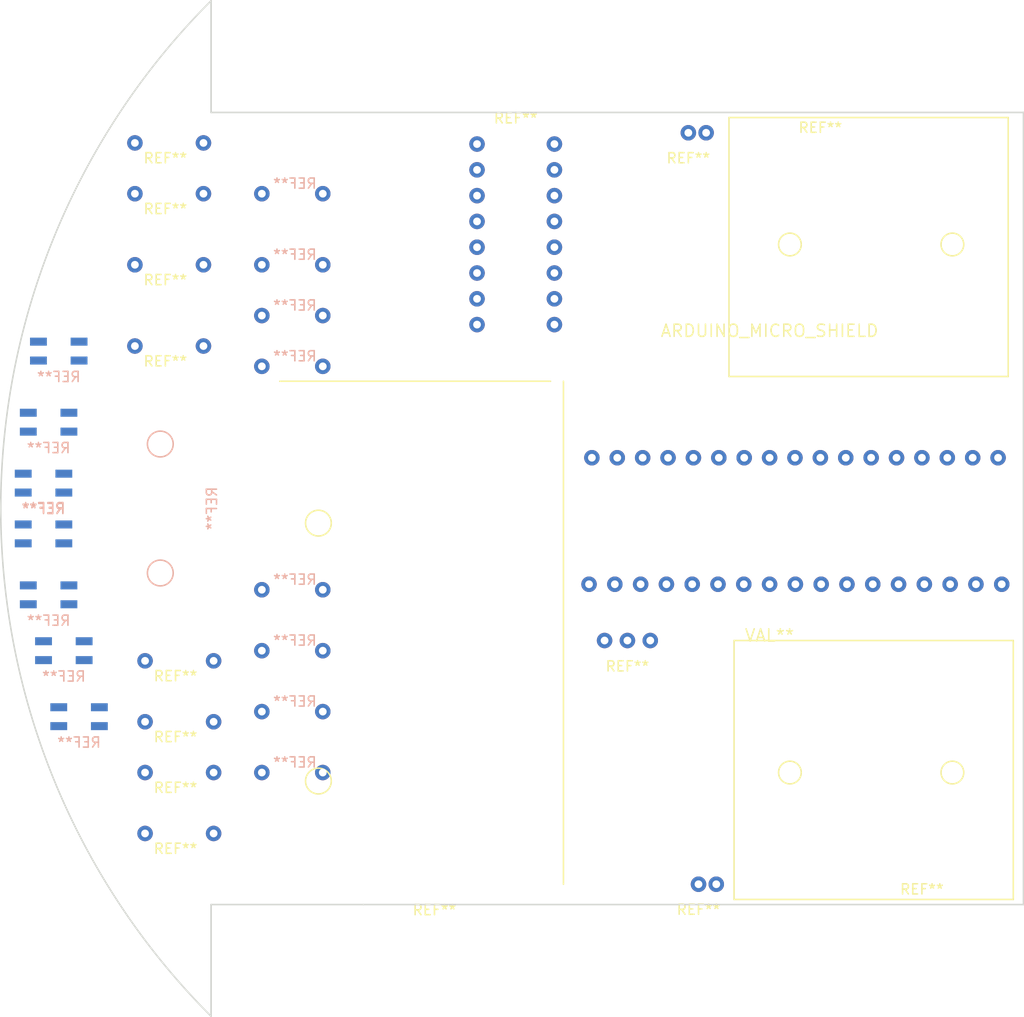
<source format=kicad_pcb>
(kicad_pcb (version 4) (host pcbnew 4.0.5)

  (general
    (links 0)
    (no_connects 0)
    (area 94.214321 49.924999 195.075001 150.075001)
    (thickness 1.6)
    (drawings 8)
    (tracks 0)
    (zones 0)
    (modules 32)
    (nets 1)
  )

  (page A4)
  (layers
    (0 F.Cu signal)
    (31 B.Cu signal)
    (32 B.Adhes user)
    (33 F.Adhes user)
    (34 B.Paste user)
    (35 F.Paste user)
    (36 B.SilkS user)
    (37 F.SilkS user)
    (38 B.Mask user)
    (39 F.Mask user)
    (40 Dwgs.User user)
    (41 Cmts.User user)
    (42 Eco1.User user)
    (43 Eco2.User user)
    (44 Edge.Cuts user)
    (45 Margin user)
    (46 B.CrtYd user)
    (47 F.CrtYd user)
    (48 B.Fab user)
    (49 F.Fab user)
  )

  (setup
    (last_trace_width 0.25)
    (trace_clearance 0.2)
    (zone_clearance 0.508)
    (zone_45_only no)
    (trace_min 0.2)
    (segment_width 0.2)
    (edge_width 0.15)
    (via_size 0.6)
    (via_drill 0.4)
    (via_min_size 0.4)
    (via_min_drill 0.3)
    (uvia_size 0.3)
    (uvia_drill 0.1)
    (uvias_allowed no)
    (uvia_min_size 0.2)
    (uvia_min_drill 0.1)
    (pcb_text_width 0.3)
    (pcb_text_size 1.5 1.5)
    (mod_edge_width 0.15)
    (mod_text_size 1 1)
    (mod_text_width 0.15)
    (pad_size 1.524 1.524)
    (pad_drill 0.762)
    (pad_to_mask_clearance 0.2)
    (aux_axis_origin 0 0)
    (visible_elements FFFFFF7F)
    (pcbplotparams
      (layerselection 0x00030_80000001)
      (usegerberextensions false)
      (excludeedgelayer true)
      (linewidth 0.100000)
      (plotframeref false)
      (viasonmask false)
      (mode 1)
      (useauxorigin false)
      (hpglpennumber 1)
      (hpglpenspeed 20)
      (hpglpendiameter 15)
      (hpglpenoverlay 2)
      (psnegative false)
      (psa4output false)
      (plotreference true)
      (plotvalue true)
      (plotinvisibletext false)
      (padsonsilk false)
      (subtractmaskfromsilk false)
      (outputformat 1)
      (mirror false)
      (drillshape 1)
      (scaleselection 1)
      (outputdirectory ""))
  )

  (net 0 "")

  (net_class Default "This is the default net class."
    (clearance 0.2)
    (trace_width 0.25)
    (via_dia 0.6)
    (via_drill 0.4)
    (uvia_dia 0.3)
    (uvia_drill 0.1)
  )

  (module FOOTPRINT:MOTOR (layer F.Cu) (tedit 58D7C798) (tstamp 58D7CB7A)
    (at 185 135)
    (fp_text reference REF** (at 0 2.5) (layer F.SilkS)
      (effects (font (size 1 1) (thickness 0.15)))
    )
    (fp_text value MOTOR (at -5 -24) (layer F.Fab)
      (effects (font (size 1 1) (thickness 0.15)))
    )
    (fp_line (start -18.5 3.5) (end 9 3.5) (layer F.SilkS) (width 0.15))
    (fp_line (start 9 3.5) (end 9 -22) (layer F.SilkS) (width 0.15))
    (fp_line (start 9 -22) (end -18.5 -22) (layer F.SilkS) (width 0.15))
    (fp_line (start -18.5 -22) (end -18.5 3.5) (layer F.SilkS) (width 0.15))
    (fp_circle (center -13 -9) (end -12.5 -10) (layer F.SilkS) (width 0.15))
    (fp_circle (center 3 -9) (end 3.5 -10) (layer F.SilkS) (width 0.15))
    (model "C:/Users/DEAN/Documents/MAGISTERIJ 1.LETNIK/MEHATRONSKI SISTEMI/MODELS/POLULU/pololu-ohišje-motorja.wrl"
      (at (xyz 0.065 0.2 0.001))
      (scale (xyz 9 9 9))
      (rotate (xyz -90 0 180))
    )
    (model "C:/Users/DEAN/Documents/MAGISTERIJ 1.LETNIK/MEHATRONSKI SISTEMI/MODELS/POLULU/pololu-micro-metal-gearmotor.wrl"
      (at (xyz -0.2 0.67 0.174))
      (scale (xyz 9 9 9))
      (rotate (xyz 180 0 0))
    )
    (model "C:/Users/DEAN/Documents/MAGISTERIJ 1.LETNIK/MEHATRONSKI SISTEMI/MODELS/POLULU/pololu-wheel-32x7mm.wrl"
      (at (xyz -0.2 -0.44 0.174))
      (scale (xyz 9 9 9))
      (rotate (xyz 180 0 -90))
    )
  )

  (module FOOTPRINT:MOTOR (layer F.Cu) (tedit 58D7C798) (tstamp 58D7CB94)
    (at 175 65 180)
    (fp_text reference REF** (at 0 2.5 180) (layer F.SilkS)
      (effects (font (size 1 1) (thickness 0.15)))
    )
    (fp_text value MOTOR (at -5 -24 180) (layer F.Fab)
      (effects (font (size 1 1) (thickness 0.15)))
    )
    (fp_line (start -18.5 3.5) (end 9 3.5) (layer F.SilkS) (width 0.15))
    (fp_line (start 9 3.5) (end 9 -22) (layer F.SilkS) (width 0.15))
    (fp_line (start 9 -22) (end -18.5 -22) (layer F.SilkS) (width 0.15))
    (fp_line (start -18.5 -22) (end -18.5 3.5) (layer F.SilkS) (width 0.15))
    (fp_circle (center -13 -9) (end -12.5 -10) (layer F.SilkS) (width 0.15))
    (fp_circle (center 3 -9) (end 3.5 -10) (layer F.SilkS) (width 0.15))
    (model "C:/Users/DEAN/Documents/MAGISTERIJ 1.LETNIK/MEHATRONSKI SISTEMI/MODELS/POLULU/pololu-ohišje-motorja.wrl"
      (at (xyz 0.065 0.2 0.001))
      (scale (xyz 9 9 9))
      (rotate (xyz -90 0 180))
    )
    (model "C:/Users/DEAN/Documents/MAGISTERIJ 1.LETNIK/MEHATRONSKI SISTEMI/MODELS/POLULU/pololu-micro-metal-gearmotor.wrl"
      (at (xyz -0.2 0.67 0.174))
      (scale (xyz 9 9 9))
      (rotate (xyz 180 0 0))
    )
    (model "C:/Users/DEAN/Documents/MAGISTERIJ 1.LETNIK/MEHATRONSKI SISTEMI/MODELS/POLULU/pololu-wheel-32x7mm.wrl"
      (at (xyz -0.2 -0.44 0.174))
      (scale (xyz 9 9 9))
      (rotate (xyz 180 0 -90))
    )
  )

  (module FOOTPRINT:ARDUINO_MICRO_SHIELD (layer F.Cu) (tedit 58D7B708) (tstamp 58D7CBD7)
    (at 170 110)
    (tags "ARDUINO, MICRO")
    (fp_text reference ARDUINO_MICRO_SHIELD (at 0 -27.5) (layer F.SilkS)
      (effects (font (size 1.2 1.2) (thickness 0.15)))
    )
    (fp_text value VAL** (at 0 2.5) (layer F.SilkS)
      (effects (font (size 1.2 1.2) (thickness 0.15)))
    )
    (pad 57 thru_hole circle (at 17.78 -2.54) (size 1.524 1.524) (drill 0.762) (layers *.Cu *.Mask))
    (pad 58 thru_hole circle (at 15.24 -2.54) (size 1.524 1.524) (drill 0.762) (layers *.Cu *.Mask))
    (pad 59 thru_hole circle (at 12.7 -2.54) (size 1.524 1.524) (drill 0.762) (layers *.Cu *.Mask))
    (pad 60 thru_hole circle (at 10.16 -2.54) (size 1.524 1.524) (drill 0.762) (layers *.Cu *.Mask))
    (pad 61 thru_hole circle (at 7.62 -2.54) (size 1.524 1.524) (drill 0.762) (layers *.Cu *.Mask))
    (pad 62 thru_hole circle (at 5.08 -2.54) (size 1.524 1.524) (drill 0.762) (layers *.Cu *.Mask))
    (pad 63 thru_hole circle (at 0 -2.54) (size 1.524 1.524) (drill 0.762) (layers *.Cu *.Mask))
    (pad 64 thru_hole circle (at 2.54 -2.54) (size 1.524 1.524) (drill 0.762) (layers *.Cu *.Mask))
    (pad 65 thru_hole circle (at -2.54 -2.54) (size 1.524 1.524) (drill 0.762) (layers *.Cu *.Mask))
    (pad 66 thru_hole circle (at -5.08 -2.54) (size 1.524 1.524) (drill 0.762) (layers *.Cu *.Mask))
    (pad 67 thru_hole circle (at -7.62 -2.54) (size 1.524 1.524) (drill 0.762) (layers *.Cu *.Mask))
    (pad 68 thru_hole circle (at -10.16 -2.54) (size 1.524 1.524) (drill 0.762) (layers *.Cu *.Mask))
    (pad 69 thru_hole circle (at -12.7 -2.54) (size 1.524 1.524) (drill 0.762) (layers *.Cu *.Mask))
    (pad 72 thru_hole circle (at 20.32 -2.54) (size 1.524 1.524) (drill 0.762) (layers *.Cu *.Mask))
    (pad 73 thru_hole circle (at -15.24 -2.54) (size 1.524 1.524) (drill 0.762) (layers *.Cu *.Mask))
    (pad 74 thru_hole circle (at -17.78 -2.54) (size 1.524 1.524) (drill 0.762) (layers *.Cu *.Mask))
    (pad 76 thru_hole circle (at 22.86 -2.54) (size 1.524 1.524) (drill 0.762) (layers *.Cu *.Mask))
    (pad 112 thru_hole circle (at 22.5 -15) (size 1.524 1.524) (drill 0.762) (layers *.Cu *.Mask))
    (pad 113 thru_hole circle (at 20 -15) (size 1.524 1.524) (drill 0.762) (layers *.Cu *.Mask))
    (pad 114 thru_hole circle (at 17.5 -15) (size 1.524 1.524) (drill 0.762) (layers *.Cu *.Mask))
    (pad 115 thru_hole circle (at 15 -15) (size 1.524 1.524) (drill 0.762) (layers *.Cu *.Mask))
    (pad 116 thru_hole circle (at -17.5 -15) (size 1.524 1.524) (drill 0.762) (layers *.Cu *.Mask))
    (pad 117 thru_hole circle (at -15 -15) (size 1.524 1.524) (drill 0.762) (layers *.Cu *.Mask))
    (pad 118 thru_hole circle (at -12.5 -15) (size 1.524 1.524) (drill 0.762) (layers *.Cu *.Mask))
    (pad 119 thru_hole circle (at -10 -15) (size 1.524 1.524) (drill 0.762) (layers *.Cu *.Mask))
    (pad 120 thru_hole circle (at -7.5 -15) (size 1.524 1.524) (drill 0.762) (layers *.Cu *.Mask))
    (pad 121 thru_hole circle (at -5 -15) (size 1.524 1.524) (drill 0.762) (layers *.Cu *.Mask))
    (pad 122 thru_hole circle (at -2.5 -15) (size 1.524 1.524) (drill 0.762) (layers *.Cu *.Mask))
    (pad 123 thru_hole circle (at 0 -15) (size 1.524 1.524) (drill 0.762) (layers *.Cu *.Mask))
    (pad 124 thru_hole circle (at 2.5 -15) (size 1.524 1.524) (drill 0.762) (layers *.Cu *.Mask))
    (pad 125 thru_hole circle (at 5 -15) (size 1.524 1.524) (drill 0.762) (layers *.Cu *.Mask))
    (pad 126 thru_hole circle (at 7.5 -15) (size 1.524 1.524) (drill 0.762) (layers *.Cu *.Mask))
    (pad 127 thru_hole circle (at 10 -15) (size 1.524 1.524) (drill 0.762) (layers *.Cu *.Mask))
    (pad 128 thru_hole circle (at 12.5 -15) (size 1.524 1.524) (drill 0.762) (layers *.Cu *.Mask))
    (model "C:/Users/DEAN/Documents/MAGISTERIJ 1.LETNIK/MEHATRONSKI SISTEMI/MODELS/ARDUINO MICRO/arduino micro.wrl"
      (at (xyz -0.7 0.09 0.2))
      (scale (xyz 9 9 9))
      (rotate (xyz -90 0 0))
    )
  )

  (module FOOTPRINT:REGULATOR (layer F.Cu) (tedit 58D7D497) (tstamp 58D7D551)
    (at 156 113)
    (fp_text reference REF** (at 0 2.54) (layer F.SilkS)
      (effects (font (size 1 1) (thickness 0.15)))
    )
    (fp_text value REGULATOR (at 0 -2.54) (layer F.Fab)
      (effects (font (size 1 1) (thickness 0.15)))
    )
    (pad 2 thru_hole circle (at 0 0) (size 1.524 1.524) (drill 0.762) (layers *.Cu *.Mask))
    (pad 3 thru_hole circle (at 2.25 0) (size 1.524 1.524) (drill 0.762) (layers *.Cu *.Mask))
    (pad 1 thru_hole circle (at -2.25 0) (size 1.524 1.524) (drill 0.762) (layers *.Cu *.Mask))
    (model "C:/Users/DEAN/Documents/MAGISTERIJ 1.LETNIK/MEHATRONSKI SISTEMI/MODELS/REGULATOR/7805.wrl"
      (at (xyz -0.175 0.093 0.15))
      (scale (xyz 9 9 9))
      (rotate (xyz 180 0 0))
    )
  )

  (module FOOTPRINT:CD4015B (layer F.Cu) (tedit 58BD4804) (tstamp 58D7DD6E)
    (at 145 73)
    (fp_text reference REF** (at 0 -11.43) (layer F.SilkS)
      (effects (font (size 1 1) (thickness 0.15)))
    )
    (fp_text value CD4015B (at 0 11.43) (layer F.Fab)
      (effects (font (size 1 1) (thickness 0.15)))
    )
    (pad 5 thru_hole circle (at -3.81 1.27) (size 1.524 1.524) (drill 0.762) (layers *.Cu *.Mask))
    (pad 6 thru_hole circle (at -3.81 3.81) (size 1.524 1.524) (drill 0.762) (layers *.Cu *.Mask))
    (pad 7 thru_hole circle (at -3.81 6.35) (size 1.524 1.524) (drill 0.762) (layers *.Cu *.Mask))
    (pad 8 thru_hole circle (at -3.81 8.89) (size 1.524 1.524) (drill 0.762) (layers *.Cu *.Mask))
    (pad 12 thru_hole circle (at 3.81 1.27) (size 1.524 1.524) (drill 0.762) (layers *.Cu *.Mask))
    (pad 11 thru_hole circle (at 3.81 3.81) (size 1.524 1.524) (drill 0.762) (layers *.Cu *.Mask))
    (pad 10 thru_hole circle (at 3.81 6.35) (size 1.524 1.524) (drill 0.762) (layers *.Cu *.Mask))
    (pad 9 thru_hole circle (at 3.81 8.89) (size 1.524 1.524) (drill 0.762) (layers *.Cu *.Mask))
    (pad 13 thru_hole circle (at 3.81 -1.27) (size 1.524 1.524) (drill 0.762) (layers *.Cu *.Mask))
    (pad 14 thru_hole circle (at 3.81 -3.81) (size 1.524 1.524) (drill 0.762) (layers *.Cu *.Mask))
    (pad 15 thru_hole circle (at 3.81 -6.35) (size 1.524 1.524) (drill 0.762) (layers *.Cu *.Mask))
    (pad 16 thru_hole circle (at 3.81 -8.89) (size 1.524 1.524) (drill 0.762) (layers *.Cu *.Mask))
    (pad 1 thru_hole circle (at -3.81 -8.89) (size 1.524 1.524) (drill 0.762) (layers *.Cu *.Mask))
    (pad 2 thru_hole circle (at -3.81 -6.35) (size 1.524 1.524) (drill 0.762) (layers *.Cu *.Mask))
    (pad 3 thru_hole circle (at -3.81 -3.81) (size 1.524 1.524) (drill 0.762) (layers *.Cu *.Mask))
    (pad 4 thru_hole circle (at -3.81 -1.27) (size 1.524 1.524) (drill 0.762) (layers *.Cu *.Mask))
  )

  (module FOOTPRINT:CASTER_BALL (layer B.Cu) (tedit 58D7648C) (tstamp 58D80636)
    (at 110 100 270)
    (fp_text reference REF** (at 0 -5.08 270) (layer B.SilkS)
      (effects (font (size 1 1) (thickness 0.15)) (justify mirror))
    )
    (fp_text value CASTER_BALL (at 0 5.08 270) (layer B.Fab)
      (effects (font (size 1 1) (thickness 0.15)) (justify mirror))
    )
    (fp_circle (center -6.35 0) (end -6.35 1.27) (layer B.SilkS) (width 0.15))
    (fp_circle (center 6.35 0) (end 6.35 1.27) (layer B.SilkS) (width 0.15))
    (model "C:/Users/DEAN/Documents/MAGISTERIJ 1.LETNIK/MEHATRONSKI SISTEMI/MODELS/CASTER BALL/Pololu Caster Ball/caster ball assembly.wrl"
      (at (xyz 0.026 0.438 0.728))
      (scale (xyz 9 9 9))
      (rotate (xyz -90 0 0))
    )
  )

  (module FOOTPRINT:QER1113 (layer B.Cu) (tedit 58BD5AE4) (tstamp 58D80643)
    (at 102 120.5)
    (fp_text reference REF** (at 0 2.54) (layer B.SilkS)
      (effects (font (size 1 1) (thickness 0.15)) (justify mirror))
    )
    (fp_text value QER1113 (at 0 -2.54) (layer B.Fab)
      (effects (font (size 1 1) (thickness 0.15)) (justify mirror))
    )
    (pad 2 smd rect (at -2 -0.93) (size 1.66 0.79) (layers B.Cu B.Paste B.Mask))
    (pad 3 smd rect (at 2 -0.93) (size 1.66 0.79) (layers B.Cu B.Paste B.Mask))
    (pad 4 smd rect (at 2 0.93) (size 1.66 0.79) (layers B.Cu B.Paste B.Mask))
    (pad 1 smd rect (at -2 0.93) (size 1.66 0.79) (layers B.Cu B.Paste B.Mask))
    (model "C:/Users/DEAN/Downloads/vrml/qre113 reflection sesnor.wrl"
      (at (xyz 0 0.12 0))
      (scale (xyz 9 9 9))
      (rotate (xyz 0 0 0))
    )
  )

  (module FOOTPRINT:QER1113 (layer B.Cu) (tedit 58BD5AE4) (tstamp 58D80658)
    (at 98.5 97.5)
    (fp_text reference REF** (at 0 2.54) (layer B.SilkS)
      (effects (font (size 1 1) (thickness 0.15)) (justify mirror))
    )
    (fp_text value QER1113 (at 0 -2.54) (layer B.Fab)
      (effects (font (size 1 1) (thickness 0.15)) (justify mirror))
    )
    (pad 2 smd rect (at -2 -0.93) (size 1.66 0.79) (layers B.Cu B.Paste B.Mask))
    (pad 3 smd rect (at 2 -0.93) (size 1.66 0.79) (layers B.Cu B.Paste B.Mask))
    (pad 4 smd rect (at 2 0.93) (size 1.66 0.79) (layers B.Cu B.Paste B.Mask))
    (pad 1 smd rect (at -2 0.93) (size 1.66 0.79) (layers B.Cu B.Paste B.Mask))
    (model "C:/Users/DEAN/Downloads/vrml/qre113 reflection sesnor.wrl"
      (at (xyz 0 0.12 0))
      (scale (xyz 9 9 9))
      (rotate (xyz 0 0 0))
    )
  )

  (module FOOTPRINT:QER1113 (layer B.Cu) (tedit 58BD5AE4) (tstamp 58D80668)
    (at 98.5 102.5 180)
    (fp_text reference REF** (at 0 2.54 180) (layer B.SilkS)
      (effects (font (size 1 1) (thickness 0.15)) (justify mirror))
    )
    (fp_text value QER1113 (at 0 -2.54 180) (layer B.Fab)
      (effects (font (size 1 1) (thickness 0.15)) (justify mirror))
    )
    (pad 2 smd rect (at -2 -0.93 180) (size 1.66 0.79) (layers B.Cu B.Paste B.Mask))
    (pad 3 smd rect (at 2 -0.93 180) (size 1.66 0.79) (layers B.Cu B.Paste B.Mask))
    (pad 4 smd rect (at 2 0.93 180) (size 1.66 0.79) (layers B.Cu B.Paste B.Mask))
    (pad 1 smd rect (at -2 0.93 180) (size 1.66 0.79) (layers B.Cu B.Paste B.Mask))
    (model "C:/Users/DEAN/Downloads/vrml/qre113 reflection sesnor.wrl"
      (at (xyz 0 0.12 0))
      (scale (xyz 9 9 9))
      (rotate (xyz 0 0 0))
    )
  )

  (module FOOTPRINT:QER1113 (layer B.Cu) (tedit 58BD5AE4) (tstamp 58D8067F)
    (at 99 108.5)
    (fp_text reference REF** (at 0 2.54) (layer B.SilkS)
      (effects (font (size 1 1) (thickness 0.15)) (justify mirror))
    )
    (fp_text value QER1113 (at 0 -2.54) (layer B.Fab)
      (effects (font (size 1 1) (thickness 0.15)) (justify mirror))
    )
    (pad 2 smd rect (at -2 -0.93) (size 1.66 0.79) (layers B.Cu B.Paste B.Mask))
    (pad 3 smd rect (at 2 -0.93) (size 1.66 0.79) (layers B.Cu B.Paste B.Mask))
    (pad 4 smd rect (at 2 0.93) (size 1.66 0.79) (layers B.Cu B.Paste B.Mask))
    (pad 1 smd rect (at -2 0.93) (size 1.66 0.79) (layers B.Cu B.Paste B.Mask))
    (model "C:/Users/DEAN/Downloads/vrml/qre113 reflection sesnor.wrl"
      (at (xyz 0 0.12 0))
      (scale (xyz 9 9 9))
      (rotate (xyz 0 0 0))
    )
  )

  (module FOOTPRINT:QER1113 (layer B.Cu) (tedit 58BD5AE4) (tstamp 58D8069E)
    (at 100.5 114)
    (fp_text reference REF** (at 0 2.54) (layer B.SilkS)
      (effects (font (size 1 1) (thickness 0.15)) (justify mirror))
    )
    (fp_text value QER1113 (at 0 -2.54) (layer B.Fab)
      (effects (font (size 1 1) (thickness 0.15)) (justify mirror))
    )
    (pad 2 smd rect (at -2 -0.93) (size 1.66 0.79) (layers B.Cu B.Paste B.Mask))
    (pad 3 smd rect (at 2 -0.93) (size 1.66 0.79) (layers B.Cu B.Paste B.Mask))
    (pad 4 smd rect (at 2 0.93) (size 1.66 0.79) (layers B.Cu B.Paste B.Mask))
    (pad 1 smd rect (at -2 0.93) (size 1.66 0.79) (layers B.Cu B.Paste B.Mask))
    (model "C:/Users/DEAN/Downloads/vrml/qre113 reflection sesnor.wrl"
      (at (xyz 0 0.12 0))
      (scale (xyz 9 9 9))
      (rotate (xyz 0 0 0))
    )
  )

  (module FOOTPRINT:QER1113 (layer B.Cu) (tedit 58BD5AE4) (tstamp 58D806AD)
    (at 99 91.5)
    (fp_text reference REF** (at 0 2.54) (layer B.SilkS)
      (effects (font (size 1 1) (thickness 0.15)) (justify mirror))
    )
    (fp_text value QER1113 (at 0 -2.54) (layer B.Fab)
      (effects (font (size 1 1) (thickness 0.15)) (justify mirror))
    )
    (pad 2 smd rect (at -2 -0.93) (size 1.66 0.79) (layers B.Cu B.Paste B.Mask))
    (pad 3 smd rect (at 2 -0.93) (size 1.66 0.79) (layers B.Cu B.Paste B.Mask))
    (pad 4 smd rect (at 2 0.93) (size 1.66 0.79) (layers B.Cu B.Paste B.Mask))
    (pad 1 smd rect (at -2 0.93) (size 1.66 0.79) (layers B.Cu B.Paste B.Mask))
    (model "C:/Users/DEAN/Downloads/vrml/qre113 reflection sesnor.wrl"
      (at (xyz 0 0.12 0))
      (scale (xyz 9 9 9))
      (rotate (xyz 0 0 0))
    )
  )

  (module FOOTPRINT:QER1113 (layer B.Cu) (tedit 58BD5AE4) (tstamp 58D806C4)
    (at 100 84.5)
    (fp_text reference REF** (at 0 2.54) (layer B.SilkS)
      (effects (font (size 1 1) (thickness 0.15)) (justify mirror))
    )
    (fp_text value QER1113 (at 0 -2.54) (layer B.Fab)
      (effects (font (size 1 1) (thickness 0.15)) (justify mirror))
    )
    (pad 2 smd rect (at -2 -0.93) (size 1.66 0.79) (layers B.Cu B.Paste B.Mask))
    (pad 3 smd rect (at 2 -0.93) (size 1.66 0.79) (layers B.Cu B.Paste B.Mask))
    (pad 4 smd rect (at 2 0.93) (size 1.66 0.79) (layers B.Cu B.Paste B.Mask))
    (pad 1 smd rect (at -2 0.93) (size 1.66 0.79) (layers B.Cu B.Paste B.Mask))
    (model "C:/Users/DEAN/Downloads/vrml/qre113 reflection sesnor.wrl"
      (at (xyz 0 0.12 0))
      (scale (xyz 9 9 9))
      (rotate (xyz 0 0 0))
    )
  )

  (module FOOTPRINT:KONDENZATOR100nF (layer F.Cu) (tedit 58D7EC24) (tstamp 58D812CD)
    (at 162 63)
    (fp_text reference REF** (at 0 2.5) (layer F.SilkS)
      (effects (font (size 1 1) (thickness 0.15)))
    )
    (fp_text value KONDENZATOR100nF (at 0 -2.5) (layer F.Fab)
      (effects (font (size 1 1) (thickness 0.15)))
    )
    (pad 7 thru_hole circle (at 0 0) (size 1.524 1.524) (drill 0.762) (layers *.Cu *.Mask))
    (pad 8 thru_hole circle (at 1.75 0) (size 1.524 1.524) (drill 0.762) (layers *.Cu *.Mask))
    (model "C:/Users/DEAN/Documents/MAGISTERIJ 1.LETNIK/MEHATRONSKI SISTEMI/MODELS/KONDENZATOR/100nf.wrl"
      (at (xyz 0.035 0 0))
      (scale (xyz 9 9 9))
      (rotate (xyz 0 0 0))
    )
  )

  (module FOOTPRINT:KONDENZATOR100nF (layer F.Cu) (tedit 58D7EC24) (tstamp 58D812D8)
    (at 163 137)
    (fp_text reference REF** (at 0 2.5) (layer F.SilkS)
      (effects (font (size 1 1) (thickness 0.15)))
    )
    (fp_text value KONDENZATOR100nF (at 0 -2.5) (layer F.Fab)
      (effects (font (size 1 1) (thickness 0.15)))
    )
    (pad 7 thru_hole circle (at 0 0) (size 1.524 1.524) (drill 0.762) (layers *.Cu *.Mask))
    (pad 8 thru_hole circle (at 1.75 0) (size 1.524 1.524) (drill 0.762) (layers *.Cu *.Mask))
    (model "C:/Users/DEAN/Documents/MAGISTERIJ 1.LETNIK/MEHATRONSKI SISTEMI/MODELS/KONDENZATOR/100nf.wrl"
      (at (xyz 0.035 0 0))
      (scale (xyz 9 9 9))
      (rotate (xyz 0 0 0))
    )
  )

  (module FOOTPRINT:RESISTOR (layer F.Cu) (tedit 58D81A56) (tstamp 58D81B84)
    (at 110 76)
    (fp_text reference REF** (at 0.5 1.5) (layer F.SilkS)
      (effects (font (size 1 1) (thickness 0.15)))
    )
    (fp_text value RESISTOR (at 0.75 -2.25) (layer F.Fab)
      (effects (font (size 1 1) (thickness 0.15)))
    )
    (pad 9 thru_hole circle (at -2.5 0) (size 1.524 1.524) (drill 0.762) (layers *.Cu *.Mask))
    (pad 13 thru_hole circle (at 4.25 0) (size 1.524 1.524) (drill 0.762) (layers *.Cu *.Mask))
    (model "C:/Users/DEAN/Documents/MAGISTERIJ 1.LETNIK/MEHATRONSKI SISTEMI/MODELS/UPORI/resistor_10_kiloohm.wrl"
      (at (xyz 0.035 0 0.025))
      (scale (xyz 7 7 7))
      (rotate (xyz -90 0 0))
    )
  )

  (module FOOTPRINT:RESISTOR (layer F.Cu) (tedit 58D81A56) (tstamp 58D81B8F)
    (at 110 84)
    (fp_text reference REF** (at 0.5 1.5) (layer F.SilkS)
      (effects (font (size 1 1) (thickness 0.15)))
    )
    (fp_text value RESISTOR (at 0.75 -2.25) (layer F.Fab)
      (effects (font (size 1 1) (thickness 0.15)))
    )
    (pad 9 thru_hole circle (at -2.5 0) (size 1.524 1.524) (drill 0.762) (layers *.Cu *.Mask))
    (pad 13 thru_hole circle (at 4.25 0) (size 1.524 1.524) (drill 0.762) (layers *.Cu *.Mask))
    (model "C:/Users/DEAN/Documents/MAGISTERIJ 1.LETNIK/MEHATRONSKI SISTEMI/MODELS/UPORI/resistor_10_kiloohm.wrl"
      (at (xyz 0.035 0 0.025))
      (scale (xyz 7 7 7))
      (rotate (xyz -90 0 0))
    )
  )

  (module FOOTPRINT:RESISTOR (layer F.Cu) (tedit 58D81A56) (tstamp 58D81B9A)
    (at 111 115)
    (fp_text reference REF** (at 0.5 1.5) (layer F.SilkS)
      (effects (font (size 1 1) (thickness 0.15)))
    )
    (fp_text value RESISTOR (at 0.75 -2.25) (layer F.Fab)
      (effects (font (size 1 1) (thickness 0.15)))
    )
    (pad 9 thru_hole circle (at -2.5 0) (size 1.524 1.524) (drill 0.762) (layers *.Cu *.Mask))
    (pad 13 thru_hole circle (at 4.25 0) (size 1.524 1.524) (drill 0.762) (layers *.Cu *.Mask))
    (model "C:/Users/DEAN/Documents/MAGISTERIJ 1.LETNIK/MEHATRONSKI SISTEMI/MODELS/UPORI/resistor_10_kiloohm.wrl"
      (at (xyz 0.035 0 0.025))
      (scale (xyz 7 7 7))
      (rotate (xyz -90 0 0))
    )
  )

  (module FOOTPRINT:RESISTOR (layer F.Cu) (tedit 58D81A56) (tstamp 58D81BA5)
    (at 111 121)
    (fp_text reference REF** (at 0.5 1.5) (layer F.SilkS)
      (effects (font (size 1 1) (thickness 0.15)))
    )
    (fp_text value RESISTOR (at 0.75 -2.25) (layer F.Fab)
      (effects (font (size 1 1) (thickness 0.15)))
    )
    (pad 9 thru_hole circle (at -2.5 0) (size 1.524 1.524) (drill 0.762) (layers *.Cu *.Mask))
    (pad 13 thru_hole circle (at 4.25 0) (size 1.524 1.524) (drill 0.762) (layers *.Cu *.Mask))
    (model "C:/Users/DEAN/Documents/MAGISTERIJ 1.LETNIK/MEHATRONSKI SISTEMI/MODELS/UPORI/resistor_10_kiloohm.wrl"
      (at (xyz 0.035 0 0.025))
      (scale (xyz 7 7 7))
      (rotate (xyz -90 0 0))
    )
  )

  (module FOOTPRINT:RESISTOR (layer F.Cu) (tedit 58D81A56) (tstamp 58D81BB0)
    (at 111 126)
    (fp_text reference REF** (at 0.5 1.5) (layer F.SilkS)
      (effects (font (size 1 1) (thickness 0.15)))
    )
    (fp_text value RESISTOR (at 0.75 -2.25) (layer F.Fab)
      (effects (font (size 1 1) (thickness 0.15)))
    )
    (pad 9 thru_hole circle (at -2.5 0) (size 1.524 1.524) (drill 0.762) (layers *.Cu *.Mask))
    (pad 13 thru_hole circle (at 4.25 0) (size 1.524 1.524) (drill 0.762) (layers *.Cu *.Mask))
    (model "C:/Users/DEAN/Documents/MAGISTERIJ 1.LETNIK/MEHATRONSKI SISTEMI/MODELS/UPORI/resistor_10_kiloohm.wrl"
      (at (xyz 0.035 0 0.025))
      (scale (xyz 7 7 7))
      (rotate (xyz -90 0 0))
    )
  )

  (module FOOTPRINT:RESISTOR (layer F.Cu) (tedit 58D81A56) (tstamp 58D81BBB)
    (at 111 132)
    (fp_text reference REF** (at 0.5 1.5) (layer F.SilkS)
      (effects (font (size 1 1) (thickness 0.15)))
    )
    (fp_text value RESISTOR (at 0.75 -2.25) (layer F.Fab)
      (effects (font (size 1 1) (thickness 0.15)))
    )
    (pad 9 thru_hole circle (at -2.5 0) (size 1.524 1.524) (drill 0.762) (layers *.Cu *.Mask))
    (pad 13 thru_hole circle (at 4.25 0) (size 1.524 1.524) (drill 0.762) (layers *.Cu *.Mask))
    (model "C:/Users/DEAN/Documents/MAGISTERIJ 1.LETNIK/MEHATRONSKI SISTEMI/MODELS/UPORI/resistor_10_kiloohm.wrl"
      (at (xyz 0.035 0 0.025))
      (scale (xyz 7 7 7))
      (rotate (xyz -90 0 0))
    )
  )

  (module FOOTPRINT:RESISTOR (layer F.Cu) (tedit 58D81A56) (tstamp 58D81BC6)
    (at 110 69)
    (fp_text reference REF** (at 0.5 1.5) (layer F.SilkS)
      (effects (font (size 1 1) (thickness 0.15)))
    )
    (fp_text value RESISTOR (at 0.75 -2.25) (layer F.Fab)
      (effects (font (size 1 1) (thickness 0.15)))
    )
    (pad 9 thru_hole circle (at -2.5 0) (size 1.524 1.524) (drill 0.762) (layers *.Cu *.Mask))
    (pad 13 thru_hole circle (at 4.25 0) (size 1.524 1.524) (drill 0.762) (layers *.Cu *.Mask))
    (model "C:/Users/DEAN/Documents/MAGISTERIJ 1.LETNIK/MEHATRONSKI SISTEMI/MODELS/UPORI/resistor_10_kiloohm.wrl"
      (at (xyz 0.035 0 0.025))
      (scale (xyz 7 7 7))
      (rotate (xyz -90 0 0))
    )
  )

  (module FOOTPRINT:RESISTOR (layer F.Cu) (tedit 58D81A56) (tstamp 58D81BD1)
    (at 110 64)
    (fp_text reference REF** (at 0.5 1.5) (layer F.SilkS)
      (effects (font (size 1 1) (thickness 0.15)))
    )
    (fp_text value RESISTOR (at 0.75 -2.25) (layer F.Fab)
      (effects (font (size 1 1) (thickness 0.15)))
    )
    (pad 9 thru_hole circle (at -2.5 0) (size 1.524 1.524) (drill 0.762) (layers *.Cu *.Mask))
    (pad 13 thru_hole circle (at 4.25 0) (size 1.524 1.524) (drill 0.762) (layers *.Cu *.Mask))
    (model "C:/Users/DEAN/Documents/MAGISTERIJ 1.LETNIK/MEHATRONSKI SISTEMI/MODELS/UPORI/resistor_10_kiloohm.wrl"
      (at (xyz 0.035 0 0.025))
      (scale (xyz 7 7 7))
      (rotate (xyz -90 0 0))
    )
  )

  (module FOOTPRINT:RESEISTOR_100_OHM (layer B.Cu) (tedit 58D81F9D) (tstamp 58D8204F)
    (at 123 108)
    (fp_text reference REF** (at 0.25 -1) (layer B.SilkS)
      (effects (font (size 1 1) (thickness 0.15)) (justify mirror))
    )
    (fp_text value RESEISTOR_100_OHM (at 0 2.75) (layer B.Fab)
      (effects (font (size 1 1) (thickness 0.15)) (justify mirror))
    )
    (pad 1 thru_hole circle (at -3 0) (size 1.524 1.524) (drill 0.762) (layers *.Cu *.Mask))
    (pad 3 thru_hole circle (at 3 0) (size 1.524 1.524) (drill 0.762) (layers *.Cu *.Mask))
    (model "C:/Users/DEAN/Documents/MAGISTERIJ 1.LETNIK/MEHATRONSKI SISTEMI/MODELS/UPORI/resistor_100_ohm.wrl"
      (at (xyz 0 0 0.027))
      (scale (xyz 6 6 6))
      (rotate (xyz -90 0 0))
    )
  )

  (module FOOTPRINT:RESEISTOR_100_OHM (layer B.Cu) (tedit 58D81F9D) (tstamp 58D8205A)
    (at 123 114)
    (fp_text reference REF** (at 0.25 -1) (layer B.SilkS)
      (effects (font (size 1 1) (thickness 0.15)) (justify mirror))
    )
    (fp_text value RESEISTOR_100_OHM (at 0 2.75) (layer B.Fab)
      (effects (font (size 1 1) (thickness 0.15)) (justify mirror))
    )
    (pad 1 thru_hole circle (at -3 0) (size 1.524 1.524) (drill 0.762) (layers *.Cu *.Mask))
    (pad 3 thru_hole circle (at 3 0) (size 1.524 1.524) (drill 0.762) (layers *.Cu *.Mask))
    (model "C:/Users/DEAN/Documents/MAGISTERIJ 1.LETNIK/MEHATRONSKI SISTEMI/MODELS/UPORI/resistor_100_ohm.wrl"
      (at (xyz 0 0 0.027))
      (scale (xyz 6 6 6))
      (rotate (xyz -90 0 0))
    )
  )

  (module FOOTPRINT:RESEISTOR_100_OHM (layer B.Cu) (tedit 58D81F9D) (tstamp 58D82065)
    (at 123 120)
    (fp_text reference REF** (at 0.25 -1) (layer B.SilkS)
      (effects (font (size 1 1) (thickness 0.15)) (justify mirror))
    )
    (fp_text value RESEISTOR_100_OHM (at 0 2.75) (layer B.Fab)
      (effects (font (size 1 1) (thickness 0.15)) (justify mirror))
    )
    (pad 1 thru_hole circle (at -3 0) (size 1.524 1.524) (drill 0.762) (layers *.Cu *.Mask))
    (pad 3 thru_hole circle (at 3 0) (size 1.524 1.524) (drill 0.762) (layers *.Cu *.Mask))
    (model "C:/Users/DEAN/Documents/MAGISTERIJ 1.LETNIK/MEHATRONSKI SISTEMI/MODELS/UPORI/resistor_100_ohm.wrl"
      (at (xyz 0 0 0.027))
      (scale (xyz 6 6 6))
      (rotate (xyz -90 0 0))
    )
  )

  (module FOOTPRINT:RESEISTOR_100_OHM (layer B.Cu) (tedit 58D81F9D) (tstamp 58D82070)
    (at 123 126)
    (fp_text reference REF** (at 0.25 -1) (layer B.SilkS)
      (effects (font (size 1 1) (thickness 0.15)) (justify mirror))
    )
    (fp_text value RESEISTOR_100_OHM (at 0 2.75) (layer B.Fab)
      (effects (font (size 1 1) (thickness 0.15)) (justify mirror))
    )
    (pad 1 thru_hole circle (at -3 0) (size 1.524 1.524) (drill 0.762) (layers *.Cu *.Mask))
    (pad 3 thru_hole circle (at 3 0) (size 1.524 1.524) (drill 0.762) (layers *.Cu *.Mask))
    (model "C:/Users/DEAN/Documents/MAGISTERIJ 1.LETNIK/MEHATRONSKI SISTEMI/MODELS/UPORI/resistor_100_ohm.wrl"
      (at (xyz 0 0 0.027))
      (scale (xyz 6 6 6))
      (rotate (xyz -90 0 0))
    )
  )

  (module FOOTPRINT:RESEISTOR_100_OHM (layer B.Cu) (tedit 58D81F9D) (tstamp 58D8207B)
    (at 123 86)
    (fp_text reference REF** (at 0.25 -1) (layer B.SilkS)
      (effects (font (size 1 1) (thickness 0.15)) (justify mirror))
    )
    (fp_text value RESEISTOR_100_OHM (at 0 2.75) (layer B.Fab)
      (effects (font (size 1 1) (thickness 0.15)) (justify mirror))
    )
    (pad 1 thru_hole circle (at -3 0) (size 1.524 1.524) (drill 0.762) (layers *.Cu *.Mask))
    (pad 3 thru_hole circle (at 3 0) (size 1.524 1.524) (drill 0.762) (layers *.Cu *.Mask))
    (model "C:/Users/DEAN/Documents/MAGISTERIJ 1.LETNIK/MEHATRONSKI SISTEMI/MODELS/UPORI/resistor_100_ohm.wrl"
      (at (xyz 0 0 0.027))
      (scale (xyz 6 6 6))
      (rotate (xyz -90 0 0))
    )
  )

  (module FOOTPRINT:RESEISTOR_100_OHM (layer B.Cu) (tedit 58D81F9D) (tstamp 58D82086)
    (at 123 81)
    (fp_text reference REF** (at 0.25 -1) (layer B.SilkS)
      (effects (font (size 1 1) (thickness 0.15)) (justify mirror))
    )
    (fp_text value RESEISTOR_100_OHM (at 0 2.75) (layer B.Fab)
      (effects (font (size 1 1) (thickness 0.15)) (justify mirror))
    )
    (pad 1 thru_hole circle (at -3 0) (size 1.524 1.524) (drill 0.762) (layers *.Cu *.Mask))
    (pad 3 thru_hole circle (at 3 0) (size 1.524 1.524) (drill 0.762) (layers *.Cu *.Mask))
    (model "C:/Users/DEAN/Documents/MAGISTERIJ 1.LETNIK/MEHATRONSKI SISTEMI/MODELS/UPORI/resistor_100_ohm.wrl"
      (at (xyz 0 0 0.027))
      (scale (xyz 6 6 6))
      (rotate (xyz -90 0 0))
    )
  )

  (module FOOTPRINT:RESEISTOR_100_OHM (layer B.Cu) (tedit 58D81F9D) (tstamp 58D82091)
    (at 123 76)
    (fp_text reference REF** (at 0.25 -1) (layer B.SilkS)
      (effects (font (size 1 1) (thickness 0.15)) (justify mirror))
    )
    (fp_text value RESEISTOR_100_OHM (at 0 2.75) (layer B.Fab)
      (effects (font (size 1 1) (thickness 0.15)) (justify mirror))
    )
    (pad 1 thru_hole circle (at -3 0) (size 1.524 1.524) (drill 0.762) (layers *.Cu *.Mask))
    (pad 3 thru_hole circle (at 3 0) (size 1.524 1.524) (drill 0.762) (layers *.Cu *.Mask))
    (model "C:/Users/DEAN/Documents/MAGISTERIJ 1.LETNIK/MEHATRONSKI SISTEMI/MODELS/UPORI/resistor_100_ohm.wrl"
      (at (xyz 0 0 0.027))
      (scale (xyz 6 6 6))
      (rotate (xyz -90 0 0))
    )
  )

  (module FOOTPRINT:RESEISTOR_100_OHM (layer B.Cu) (tedit 58D81F9D) (tstamp 58D8209C)
    (at 123 69)
    (fp_text reference REF** (at 0.25 -1) (layer B.SilkS)
      (effects (font (size 1 1) (thickness 0.15)) (justify mirror))
    )
    (fp_text value RESEISTOR_100_OHM (at 0 2.75) (layer B.Fab)
      (effects (font (size 1 1) (thickness 0.15)) (justify mirror))
    )
    (pad 1 thru_hole circle (at -3 0) (size 1.524 1.524) (drill 0.762) (layers *.Cu *.Mask))
    (pad 3 thru_hole circle (at 3 0) (size 1.524 1.524) (drill 0.762) (layers *.Cu *.Mask))
    (model "C:/Users/DEAN/Documents/MAGISTERIJ 1.LETNIK/MEHATRONSKI SISTEMI/MODELS/UPORI/resistor_100_ohm.wrl"
      (at (xyz 0 0 0.027))
      (scale (xyz 6 6 6))
      (rotate (xyz -90 0 0))
    )
  )

  (module FOOTPRINT:9V_BATTERY_HOLDER (layer F.Cu) (tedit 58D796E8) (tstamp 58D82191)
    (at 137 137)
    (fp_text reference REF** (at 0 2.54) (layer F.SilkS)
      (effects (font (size 1 1) (thickness 0.15)))
    )
    (fp_text value "9V BATTERY HOLDER" (at -1.27 -59.69) (layer F.Fab)
      (effects (font (size 1 1) (thickness 0.15)))
    )
    (fp_circle (center -11.43 -35.56) (end -11.43 -36.83) (layer F.SilkS) (width 0.15))
    (fp_circle (center -11.43 -10.16) (end -10.16 -10.16) (layer F.SilkS) (width 0.15))
    (fp_line (start 12.7 -49.53) (end 12.7 0) (layer F.SilkS) (width 0.15))
    (fp_line (start 11.43 -49.53) (end -15.24 -49.53) (layer F.SilkS) (width 0.15))
    (model "C:/Users/DEAN/Documents/MAGISTERIJ 1.LETNIK/MEHATRONSKI SISTEMI/MODELS/9V BATTERY HOLDER/9v battery cell.wrl"
      (at (xyz -0.589 1.865 0))
      (scale (xyz 9 9 9))
      (rotate (xyz 0 0 90))
    )
  )

  (gr_line (start 115 139) (end 115 150) (angle 90) (layer Edge.Cuts) (width 0.15))
  (gr_line (start 130 139) (end 115 139) (angle 90) (layer Edge.Cuts) (width 0.15))
  (gr_line (start 115 61) (end 115 50) (angle 90) (layer Edge.Cuts) (width 0.15))
  (gr_line (start 145 61) (end 115 61) (angle 90) (layer Edge.Cuts) (width 0.15))
  (gr_line (start 195 61) (end 195 139) (angle 90) (layer Edge.Cuts) (width 0.15))
  (gr_arc (start 165 100) (end 115 150) (angle 90) (layer Edge.Cuts) (width 0.15))
  (gr_line (start 195 61) (end 145 61) (angle 90) (layer Edge.Cuts) (width 0.15))
  (gr_line (start 195 139) (end 130 139) (angle 90) (layer Edge.Cuts) (width 0.15))

)

</source>
